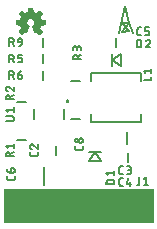
<source format=gbr>
G04 EAGLE Gerber RS-274X export*
G75*
%MOMM*%
%FSLAX34Y34*%
%LPD*%
%INSilkscreen Top*%
%IPPOS*%
%AMOC8*
5,1,8,0,0,1.08239X$1,22.5*%
G01*
%ADD10C,0.152400*%
%ADD11R,12.700000X2.921000*%
%ADD12C,0.203200*%
%ADD13C,0.127000*%

G36*
X-33026Y158617D02*
X-33026Y158617D01*
X-32956Y158623D01*
X-32941Y158632D01*
X-32924Y158635D01*
X-32818Y158707D01*
X-32808Y158713D01*
X-32807Y158715D01*
X-32806Y158716D01*
X-30506Y161016D01*
X-30498Y161029D01*
X-30497Y161030D01*
X-30495Y161032D01*
X-30493Y161036D01*
X-30474Y161052D01*
X-30448Y161109D01*
X-30415Y161163D01*
X-30412Y161187D01*
X-30402Y161210D01*
X-30404Y161272D01*
X-30398Y161335D01*
X-30407Y161358D01*
X-30408Y161383D01*
X-30448Y161465D01*
X-30460Y161496D01*
X-30466Y161502D01*
X-30471Y161511D01*
X-32416Y164105D01*
X-32406Y164116D01*
X-32387Y164146D01*
X-32335Y164214D01*
X-32235Y164414D01*
X-32231Y164430D01*
X-32222Y164443D01*
X-32196Y164577D01*
X-32195Y164582D01*
X-32195Y164583D01*
X-32195Y164584D01*
X-32195Y164594D01*
X-32162Y164659D01*
X-32106Y164716D01*
X-32087Y164746D01*
X-32035Y164814D01*
X-31935Y165014D01*
X-31931Y165030D01*
X-31922Y165043D01*
X-31896Y165177D01*
X-31895Y165182D01*
X-31895Y165183D01*
X-31895Y165184D01*
X-31895Y165194D01*
X-31735Y165514D01*
X-31731Y165530D01*
X-31722Y165543D01*
X-31696Y165677D01*
X-31695Y165682D01*
X-31695Y165683D01*
X-31695Y165684D01*
X-31695Y165694D01*
X-31635Y165814D01*
X-31631Y165830D01*
X-31622Y165843D01*
X-31596Y165977D01*
X-31595Y165982D01*
X-31595Y165983D01*
X-31595Y165984D01*
X-31595Y165994D01*
X-31535Y166114D01*
X-31531Y166130D01*
X-31522Y166143D01*
X-31502Y166246D01*
X-28210Y166810D01*
X-28192Y166817D01*
X-28173Y166818D01*
X-28113Y166851D01*
X-28051Y166877D01*
X-28038Y166892D01*
X-28021Y166901D01*
X-27982Y166957D01*
X-27938Y167008D01*
X-27933Y167027D01*
X-27922Y167043D01*
X-27900Y167154D01*
X-27895Y167176D01*
X-27896Y167180D01*
X-27895Y167184D01*
X-27895Y170384D01*
X-27899Y170403D01*
X-27897Y170424D01*
X-27908Y170456D01*
X-27909Y170463D01*
X-27914Y170472D01*
X-27919Y170487D01*
X-27934Y170552D01*
X-27947Y170568D01*
X-27954Y170587D01*
X-28002Y170634D01*
X-28044Y170686D01*
X-28063Y170694D01*
X-28077Y170708D01*
X-28179Y170746D01*
X-28202Y170756D01*
X-28207Y170756D01*
X-28212Y170758D01*
X-31495Y171305D01*
X-31495Y171384D01*
X-31512Y171458D01*
X-31526Y171533D01*
X-31532Y171543D01*
X-31534Y171552D01*
X-31557Y171580D01*
X-31595Y171635D01*
X-31595Y171684D01*
X-31612Y171758D01*
X-31626Y171833D01*
X-31632Y171843D01*
X-31634Y171852D01*
X-31657Y171880D01*
X-31706Y171952D01*
X-31762Y172008D01*
X-31795Y172073D01*
X-31795Y172184D01*
X-31812Y172258D01*
X-31826Y172333D01*
X-31832Y172343D01*
X-31834Y172352D01*
X-31857Y172380D01*
X-31895Y172435D01*
X-31895Y172484D01*
X-31912Y172558D01*
X-31926Y172633D01*
X-31932Y172643D01*
X-31934Y172652D01*
X-31957Y172680D01*
X-32006Y172752D01*
X-32062Y172808D01*
X-32135Y172953D01*
X-32158Y172981D01*
X-32195Y173035D01*
X-32195Y173084D01*
X-32212Y173158D01*
X-32226Y173233D01*
X-32232Y173243D01*
X-32234Y173252D01*
X-32257Y173280D01*
X-32306Y173352D01*
X-32362Y173408D01*
X-32402Y173488D01*
X-30467Y176161D01*
X-30457Y176185D01*
X-30440Y176204D01*
X-30424Y176264D01*
X-30400Y176321D01*
X-30402Y176346D01*
X-30395Y176371D01*
X-30407Y176432D01*
X-30411Y176494D01*
X-30424Y176516D01*
X-30429Y176541D01*
X-30480Y176613D01*
X-30498Y176643D01*
X-30505Y176648D01*
X-30512Y176658D01*
X-32812Y178858D01*
X-32823Y178864D01*
X-32831Y178875D01*
X-32897Y178908D01*
X-32961Y178946D01*
X-32974Y178947D01*
X-32985Y178952D01*
X-33059Y178953D01*
X-33133Y178958D01*
X-33145Y178953D01*
X-33158Y178953D01*
X-33289Y178896D01*
X-35963Y177052D01*
X-36104Y177123D01*
X-36120Y177127D01*
X-36133Y177136D01*
X-36267Y177162D01*
X-36273Y177163D01*
X-36274Y177163D01*
X-36284Y177163D01*
X-36349Y177195D01*
X-36406Y177252D01*
X-36436Y177271D01*
X-36504Y177323D01*
X-36704Y177423D01*
X-36720Y177427D01*
X-36733Y177436D01*
X-36867Y177462D01*
X-36873Y177463D01*
X-36874Y177463D01*
X-36884Y177463D01*
X-36949Y177495D01*
X-37006Y177552D01*
X-37071Y177592D01*
X-37133Y177636D01*
X-37145Y177638D01*
X-37153Y177643D01*
X-37188Y177646D01*
X-37274Y177663D01*
X-37384Y177663D01*
X-37504Y177723D01*
X-37520Y177727D01*
X-37533Y177736D01*
X-37667Y177762D01*
X-37673Y177763D01*
X-37674Y177763D01*
X-37684Y177763D01*
X-37804Y177823D01*
X-37820Y177827D01*
X-37833Y177836D01*
X-37967Y177862D01*
X-37973Y177863D01*
X-37974Y177863D01*
X-37984Y177863D01*
X-38104Y177923D01*
X-38120Y177927D01*
X-38133Y177936D01*
X-38150Y177939D01*
X-38700Y181148D01*
X-38708Y181166D01*
X-38709Y181185D01*
X-38741Y181244D01*
X-38768Y181307D01*
X-38782Y181320D01*
X-38792Y181337D01*
X-38847Y181376D01*
X-38899Y181420D01*
X-38918Y181425D01*
X-38933Y181436D01*
X-39044Y181457D01*
X-39066Y181463D01*
X-39070Y181462D01*
X-39074Y181463D01*
X-42274Y181463D01*
X-42293Y181459D01*
X-42312Y181461D01*
X-42376Y181439D01*
X-42442Y181423D01*
X-42457Y181411D01*
X-42476Y181405D01*
X-42524Y181357D01*
X-42576Y181313D01*
X-42584Y181296D01*
X-42597Y181282D01*
X-42637Y181176D01*
X-42646Y181155D01*
X-42646Y181152D01*
X-42648Y181148D01*
X-43206Y177892D01*
X-43264Y177863D01*
X-43374Y177863D01*
X-43448Y177846D01*
X-43524Y177832D01*
X-43533Y177826D01*
X-43542Y177823D01*
X-43570Y177801D01*
X-43626Y177763D01*
X-43674Y177763D01*
X-43690Y177759D01*
X-43706Y177762D01*
X-43837Y177725D01*
X-43842Y177723D01*
X-43843Y177723D01*
X-43844Y177723D01*
X-43964Y177663D01*
X-43974Y177663D01*
X-43990Y177659D01*
X-44006Y177662D01*
X-44137Y177625D01*
X-44142Y177623D01*
X-44143Y177623D01*
X-44144Y177623D01*
X-44344Y177523D01*
X-44371Y177500D01*
X-44426Y177463D01*
X-44474Y177463D01*
X-44548Y177446D01*
X-44624Y177432D01*
X-44633Y177426D01*
X-44642Y177423D01*
X-44670Y177401D01*
X-44742Y177352D01*
X-44799Y177295D01*
X-44944Y177223D01*
X-44971Y177200D01*
X-45026Y177163D01*
X-45074Y177163D01*
X-45148Y177146D01*
X-45224Y177132D01*
X-45233Y177126D01*
X-45242Y177123D01*
X-45270Y177101D01*
X-45342Y177052D01*
X-45360Y177034D01*
X-48059Y178896D01*
X-48075Y178902D01*
X-48087Y178914D01*
X-48155Y178933D01*
X-48220Y178959D01*
X-48237Y178958D01*
X-48253Y178962D01*
X-48322Y178950D01*
X-48392Y178944D01*
X-48407Y178935D01*
X-48424Y178932D01*
X-48530Y178860D01*
X-48540Y178854D01*
X-48541Y178853D01*
X-48542Y178852D01*
X-50742Y176652D01*
X-50751Y176637D01*
X-50765Y176627D01*
X-50797Y176564D01*
X-50833Y176505D01*
X-50835Y176488D01*
X-50843Y176473D01*
X-50843Y176402D01*
X-50850Y176333D01*
X-50844Y176317D01*
X-50844Y176299D01*
X-50792Y176182D01*
X-50788Y176171D01*
X-50787Y176170D01*
X-50786Y176168D01*
X-48935Y173485D01*
X-48937Y173470D01*
X-48953Y173384D01*
X-48953Y173334D01*
X-48961Y173321D01*
X-49013Y173253D01*
X-49086Y173108D01*
X-49142Y173052D01*
X-49182Y172987D01*
X-49226Y172924D01*
X-49228Y172913D01*
X-49233Y172905D01*
X-49237Y172870D01*
X-49253Y172784D01*
X-49253Y172734D01*
X-49261Y172721D01*
X-49313Y172653D01*
X-49413Y172453D01*
X-49417Y172438D01*
X-49426Y172424D01*
X-49443Y172337D01*
X-49446Y172329D01*
X-49446Y172321D01*
X-49452Y172290D01*
X-49453Y172285D01*
X-49453Y172284D01*
X-49453Y172273D01*
X-49613Y171953D01*
X-49617Y171938D01*
X-49626Y171924D01*
X-49652Y171790D01*
X-49653Y171785D01*
X-49653Y171784D01*
X-49653Y171773D01*
X-49713Y171653D01*
X-49717Y171638D01*
X-49726Y171624D01*
X-49735Y171579D01*
X-49739Y171571D01*
X-49738Y171561D01*
X-49752Y171490D01*
X-49753Y171485D01*
X-49753Y171484D01*
X-49753Y171473D01*
X-49813Y171353D01*
X-49817Y171338D01*
X-49826Y171324D01*
X-49829Y171308D01*
X-53038Y170758D01*
X-53056Y170750D01*
X-53075Y170749D01*
X-53135Y170717D01*
X-53197Y170690D01*
X-53210Y170675D01*
X-53227Y170666D01*
X-53266Y170611D01*
X-53310Y170559D01*
X-53315Y170540D01*
X-53326Y170524D01*
X-53342Y170443D01*
X-53346Y170433D01*
X-53346Y170422D01*
X-53348Y170413D01*
X-53353Y170391D01*
X-53352Y170388D01*
X-53353Y170384D01*
X-53353Y167184D01*
X-53349Y167165D01*
X-53351Y167146D01*
X-53329Y167081D01*
X-53314Y167015D01*
X-53301Y167000D01*
X-53295Y166982D01*
X-53247Y166934D01*
X-53204Y166882D01*
X-53186Y166874D01*
X-53172Y166860D01*
X-53066Y166820D01*
X-53046Y166811D01*
X-53042Y166811D01*
X-53038Y166810D01*
X-49782Y166252D01*
X-49753Y166194D01*
X-49753Y166084D01*
X-49736Y166009D01*
X-49722Y165934D01*
X-49716Y165924D01*
X-49714Y165915D01*
X-49691Y165888D01*
X-49653Y165832D01*
X-49653Y165784D01*
X-49640Y165728D01*
X-49639Y165709D01*
X-49634Y165699D01*
X-49622Y165634D01*
X-49616Y165624D01*
X-49614Y165615D01*
X-49591Y165588D01*
X-49542Y165516D01*
X-49486Y165459D01*
X-49453Y165394D01*
X-49453Y165284D01*
X-49436Y165209D01*
X-49422Y165134D01*
X-49416Y165124D01*
X-49414Y165115D01*
X-49391Y165088D01*
X-49353Y165032D01*
X-49353Y164984D01*
X-49336Y164909D01*
X-49322Y164834D01*
X-49316Y164824D01*
X-49314Y164815D01*
X-49291Y164788D01*
X-49242Y164716D01*
X-49186Y164659D01*
X-49113Y164514D01*
X-49090Y164486D01*
X-49047Y164423D01*
X-49045Y164419D01*
X-49044Y164419D01*
X-49042Y164416D01*
X-48986Y164359D01*
X-48953Y164294D01*
X-48953Y164284D01*
X-48950Y164268D01*
X-48952Y164252D01*
X-48940Y164210D01*
X-48939Y164192D01*
X-48930Y164175D01*
X-48915Y164121D01*
X-48915Y164119D01*
X-50783Y161504D01*
X-50789Y161489D01*
X-50800Y161478D01*
X-50821Y161410D01*
X-50848Y161344D01*
X-50847Y161328D01*
X-50852Y161313D01*
X-50841Y161243D01*
X-50836Y161171D01*
X-50828Y161158D01*
X-50826Y161142D01*
X-50751Y161026D01*
X-50749Y161022D01*
X-50748Y161022D01*
X-48548Y158722D01*
X-48530Y158710D01*
X-48517Y158693D01*
X-48458Y158663D01*
X-48403Y158627D01*
X-48382Y158625D01*
X-48363Y158615D01*
X-48297Y158615D01*
X-48231Y158607D01*
X-48211Y158614D01*
X-48190Y158614D01*
X-48095Y158656D01*
X-48068Y158665D01*
X-48065Y158669D01*
X-48059Y158671D01*
X-45338Y160548D01*
X-45315Y160531D01*
X-45303Y160529D01*
X-45295Y160524D01*
X-45260Y160521D01*
X-45245Y160518D01*
X-45242Y160516D01*
X-45177Y160475D01*
X-45115Y160431D01*
X-45103Y160429D01*
X-45095Y160424D01*
X-45060Y160421D01*
X-45045Y160418D01*
X-45042Y160416D01*
X-44977Y160375D01*
X-44915Y160331D01*
X-44903Y160329D01*
X-44895Y160324D01*
X-44860Y160321D01*
X-44845Y160318D01*
X-44842Y160316D01*
X-44777Y160275D01*
X-44715Y160231D01*
X-44703Y160229D01*
X-44695Y160224D01*
X-44660Y160221D01*
X-44645Y160218D01*
X-44642Y160216D01*
X-44577Y160175D01*
X-44515Y160131D01*
X-44503Y160129D01*
X-44495Y160124D01*
X-44460Y160121D01*
X-44445Y160118D01*
X-44442Y160116D01*
X-44377Y160075D01*
X-44315Y160031D01*
X-44303Y160029D01*
X-44295Y160024D01*
X-44260Y160021D01*
X-44174Y160004D01*
X-44124Y160004D01*
X-44103Y159991D01*
X-44070Y159959D01*
X-44031Y159946D01*
X-43995Y159924D01*
X-43950Y159920D01*
X-43906Y159906D01*
X-43865Y159912D01*
X-43823Y159908D01*
X-43780Y159924D01*
X-43735Y159931D01*
X-43700Y159955D01*
X-43661Y159970D01*
X-43630Y160003D01*
X-43593Y160030D01*
X-43567Y160072D01*
X-43544Y160097D01*
X-43537Y160122D01*
X-43518Y160152D01*
X-41518Y165552D01*
X-41511Y165609D01*
X-41495Y165664D01*
X-41501Y165694D01*
X-41497Y165724D01*
X-41516Y165778D01*
X-41526Y165835D01*
X-41544Y165859D01*
X-41554Y165887D01*
X-41595Y165927D01*
X-41629Y165973D01*
X-41659Y165990D01*
X-41678Y166008D01*
X-41710Y166018D01*
X-41754Y166043D01*
X-42028Y166135D01*
X-42349Y166295D01*
X-42506Y166452D01*
X-42536Y166471D01*
X-42604Y166523D01*
X-42749Y166595D01*
X-42862Y166708D01*
X-42935Y166853D01*
X-42958Y166881D01*
X-43006Y166952D01*
X-43162Y167108D01*
X-43323Y167429D01*
X-43414Y167704D01*
X-43426Y167723D01*
X-43435Y167753D01*
X-43595Y168073D01*
X-43595Y168284D01*
X-43603Y168319D01*
X-43614Y168404D01*
X-43695Y168645D01*
X-43695Y169122D01*
X-43330Y170216D01*
X-42979Y170742D01*
X-42833Y170889D01*
X-42564Y171068D01*
X-42543Y171091D01*
X-42506Y171116D01*
X-42333Y171289D01*
X-42106Y171440D01*
X-41854Y171524D01*
X-41836Y171535D01*
X-41822Y171538D01*
X-41809Y171549D01*
X-41764Y171568D01*
X-41559Y171704D01*
X-41374Y171704D01*
X-41339Y171713D01*
X-41282Y171716D01*
X-40927Y171804D01*
X-40336Y171804D01*
X-40094Y171724D01*
X-40058Y171721D01*
X-39974Y171704D01*
X-39789Y171704D01*
X-39584Y171568D01*
X-39549Y171555D01*
X-39500Y171527D01*
X-39498Y171526D01*
X-39497Y171526D01*
X-39494Y171524D01*
X-39242Y171440D01*
X-38716Y171089D01*
X-38369Y170742D01*
X-38018Y170216D01*
X-37934Y169964D01*
X-37914Y169932D01*
X-37890Y169873D01*
X-37753Y169669D01*
X-37753Y169484D01*
X-37745Y169449D01*
X-37734Y169364D01*
X-37653Y169122D01*
X-37653Y168345D01*
X-37734Y168104D01*
X-37737Y168068D01*
X-37753Y167984D01*
X-37753Y167873D01*
X-37813Y167753D01*
X-37819Y167731D01*
X-37834Y167704D01*
X-37925Y167429D01*
X-37986Y167308D01*
X-38142Y167152D01*
X-38161Y167121D01*
X-38213Y167053D01*
X-38286Y166908D01*
X-38599Y166595D01*
X-38744Y166523D01*
X-38771Y166500D01*
X-38842Y166452D01*
X-38999Y166295D01*
X-39544Y166023D01*
X-39567Y166003D01*
X-39596Y165991D01*
X-39633Y165948D01*
X-39677Y165912D01*
X-39689Y165884D01*
X-39709Y165861D01*
X-39724Y165806D01*
X-39747Y165754D01*
X-39745Y165723D01*
X-39753Y165693D01*
X-39741Y165619D01*
X-39739Y165581D01*
X-39733Y165569D01*
X-39730Y165552D01*
X-37730Y160152D01*
X-37718Y160135D01*
X-37714Y160115D01*
X-37671Y160064D01*
X-37634Y160008D01*
X-37617Y159997D01*
X-37604Y159982D01*
X-37542Y159955D01*
X-37484Y159921D01*
X-37464Y159920D01*
X-37446Y159911D01*
X-37379Y159914D01*
X-37312Y159910D01*
X-37293Y159917D01*
X-37273Y159918D01*
X-37214Y159950D01*
X-37152Y159976D01*
X-37139Y159992D01*
X-37121Y160001D01*
X-37108Y160020D01*
X-37100Y160022D01*
X-37024Y160035D01*
X-37015Y160042D01*
X-37006Y160044D01*
X-36978Y160067D01*
X-36906Y160116D01*
X-36899Y160122D01*
X-36824Y160135D01*
X-36815Y160142D01*
X-36806Y160144D01*
X-36778Y160167D01*
X-36706Y160216D01*
X-36699Y160222D01*
X-36624Y160235D01*
X-36615Y160242D01*
X-36606Y160244D01*
X-36578Y160267D01*
X-36522Y160304D01*
X-36474Y160304D01*
X-36400Y160322D01*
X-36324Y160335D01*
X-36315Y160342D01*
X-36306Y160344D01*
X-36278Y160367D01*
X-36206Y160416D01*
X-36199Y160422D01*
X-36124Y160435D01*
X-36115Y160442D01*
X-36106Y160444D01*
X-36078Y160467D01*
X-36006Y160516D01*
X-35988Y160533D01*
X-33289Y158671D01*
X-33273Y158665D01*
X-33261Y158654D01*
X-33194Y158634D01*
X-33128Y158608D01*
X-33111Y158610D01*
X-33095Y158605D01*
X-33026Y158617D01*
G37*
G36*
X-9113Y101007D02*
X-9113Y101007D01*
X-9111Y101009D01*
X-9110Y101008D01*
X-8727Y101167D01*
X-8726Y101169D01*
X-8724Y101168D01*
X-8395Y101421D01*
X-8395Y101423D01*
X-8393Y101423D01*
X-8141Y101751D01*
X-8141Y101754D01*
X-8139Y101754D01*
X-7981Y102137D01*
X-7981Y102139D01*
X-7980Y102140D01*
X-7926Y102551D01*
X-7926Y102552D01*
X-7927Y102553D01*
X-7926Y102554D01*
X-7980Y102965D01*
X-7981Y102966D01*
X-7981Y102968D01*
X-8139Y103351D01*
X-8141Y103352D01*
X-8141Y103354D01*
X-8393Y103682D01*
X-8395Y103683D01*
X-8395Y103685D01*
X-8724Y103937D01*
X-8726Y103937D01*
X-8727Y103938D01*
X-9110Y104097D01*
X-9112Y104096D01*
X-9113Y104098D01*
X-9523Y104152D01*
X-9525Y104151D01*
X-9527Y104152D01*
X-9937Y104098D01*
X-9939Y104096D01*
X-9940Y104097D01*
X-10323Y103938D01*
X-10324Y103936D01*
X-10326Y103937D01*
X-10655Y103685D01*
X-10655Y103682D01*
X-10657Y103682D01*
X-10909Y103354D01*
X-10909Y103351D01*
X-10911Y103351D01*
X-11069Y102968D01*
X-11069Y102966D01*
X-11070Y102965D01*
X-11124Y102554D01*
X-11123Y102552D01*
X-11124Y102551D01*
X-11070Y102140D01*
X-11069Y102139D01*
X-11069Y102137D01*
X-10911Y101754D01*
X-10909Y101753D01*
X-10909Y101751D01*
X-10657Y101423D01*
X-10655Y101422D01*
X-10655Y101421D01*
X-10326Y101168D01*
X-10324Y101168D01*
X-10323Y101167D01*
X-9940Y101008D01*
X-9938Y101009D01*
X-9937Y101007D01*
X-9527Y100953D01*
X-9525Y100954D01*
X-9523Y100953D01*
X-9113Y101007D01*
G37*
D10*
X54864Y120142D02*
X61468Y120142D01*
X61468Y123077D01*
X56332Y126214D02*
X54864Y128048D01*
X61468Y128048D01*
X61468Y126214D02*
X61468Y129883D01*
X34290Y160020D02*
X39370Y182880D01*
X42926Y168910D01*
X36830Y168402D01*
X42926Y161544D01*
X36576Y161290D01*
X42418Y168148D01*
X45720Y160020D01*
D11*
X0Y13335D03*
D10*
X8890Y59690D02*
X13970Y59690D01*
X19050Y59690D01*
X13970Y59690D02*
X8890Y52070D01*
X19050Y52070D01*
X13970Y59690D01*
D12*
X41910Y58420D02*
X41910Y50800D01*
X-29210Y46990D02*
X-29210Y31750D01*
X-19050Y57150D02*
X-19050Y64770D01*
X-44450Y69850D02*
X-52070Y69850D01*
X-6350Y87630D02*
X1270Y87630D01*
X1270Y119380D02*
X-6350Y119380D01*
X-30480Y120650D02*
X-30480Y128270D01*
X-44450Y101600D02*
X-52070Y101600D01*
X-30480Y134620D02*
X-30480Y142240D01*
X-30480Y148590D02*
X-30480Y156210D01*
X31750Y156210D02*
X31750Y148590D01*
D10*
X27940Y137160D02*
X27940Y132080D01*
X27940Y137160D02*
X27940Y142240D01*
X27940Y137160D02*
X35560Y132080D01*
X35560Y142240D01*
X27940Y137160D01*
X3556Y64075D02*
X3556Y62607D01*
X3554Y62533D01*
X3548Y62458D01*
X3539Y62385D01*
X3526Y62311D01*
X3509Y62239D01*
X3489Y62168D01*
X3465Y62097D01*
X3437Y62028D01*
X3406Y61961D01*
X3372Y61895D01*
X3334Y61830D01*
X3293Y61768D01*
X3249Y61708D01*
X3202Y61651D01*
X3152Y61596D01*
X3099Y61543D01*
X3044Y61493D01*
X2987Y61446D01*
X2927Y61402D01*
X2865Y61361D01*
X2800Y61323D01*
X2735Y61289D01*
X2667Y61258D01*
X2598Y61230D01*
X2527Y61206D01*
X2456Y61186D01*
X2384Y61169D01*
X2310Y61156D01*
X2237Y61147D01*
X2162Y61141D01*
X2088Y61139D01*
X2088Y61140D02*
X-1580Y61140D01*
X-1580Y61139D02*
X-1654Y61141D01*
X-1729Y61147D01*
X-1802Y61156D01*
X-1876Y61169D01*
X-1948Y61186D01*
X-2019Y61206D01*
X-2090Y61230D01*
X-2159Y61258D01*
X-2226Y61289D01*
X-2292Y61323D01*
X-2357Y61361D01*
X-2419Y61402D01*
X-2479Y61446D01*
X-2536Y61493D01*
X-2591Y61543D01*
X-2644Y61596D01*
X-2694Y61651D01*
X-2741Y61708D01*
X-2785Y61768D01*
X-2826Y61830D01*
X-2864Y61895D01*
X-2898Y61960D01*
X-2929Y62028D01*
X-2957Y62097D01*
X-2981Y62168D01*
X-3001Y62239D01*
X-3018Y62311D01*
X-3031Y62385D01*
X-3040Y62458D01*
X-3046Y62533D01*
X-3048Y62607D01*
X-3048Y64075D01*
X1722Y67272D02*
X1637Y67274D01*
X1553Y67280D01*
X1469Y67290D01*
X1385Y67303D01*
X1302Y67321D01*
X1220Y67342D01*
X1139Y67367D01*
X1059Y67396D01*
X981Y67428D01*
X905Y67464D01*
X830Y67504D01*
X757Y67547D01*
X686Y67593D01*
X617Y67642D01*
X550Y67695D01*
X486Y67751D01*
X425Y67809D01*
X367Y67870D01*
X311Y67934D01*
X258Y68001D01*
X209Y68070D01*
X163Y68141D01*
X120Y68214D01*
X80Y68289D01*
X44Y68365D01*
X12Y68443D01*
X-17Y68523D01*
X-42Y68604D01*
X-63Y68686D01*
X-81Y68769D01*
X-94Y68853D01*
X-104Y68937D01*
X-110Y69021D01*
X-112Y69106D01*
X-110Y69191D01*
X-104Y69275D01*
X-94Y69359D01*
X-81Y69443D01*
X-63Y69526D01*
X-42Y69608D01*
X-17Y69689D01*
X12Y69769D01*
X44Y69847D01*
X80Y69923D01*
X120Y69998D01*
X163Y70071D01*
X209Y70142D01*
X258Y70211D01*
X311Y70278D01*
X367Y70342D01*
X425Y70403D01*
X486Y70461D01*
X550Y70517D01*
X617Y70570D01*
X686Y70619D01*
X757Y70665D01*
X830Y70708D01*
X905Y70748D01*
X981Y70784D01*
X1059Y70816D01*
X1139Y70845D01*
X1220Y70870D01*
X1302Y70891D01*
X1385Y70909D01*
X1469Y70922D01*
X1553Y70932D01*
X1637Y70938D01*
X1722Y70940D01*
X1807Y70938D01*
X1891Y70932D01*
X1975Y70922D01*
X2059Y70909D01*
X2142Y70891D01*
X2224Y70870D01*
X2305Y70845D01*
X2385Y70816D01*
X2463Y70784D01*
X2539Y70748D01*
X2614Y70708D01*
X2687Y70665D01*
X2758Y70619D01*
X2827Y70570D01*
X2894Y70517D01*
X2958Y70461D01*
X3019Y70403D01*
X3077Y70342D01*
X3133Y70278D01*
X3186Y70211D01*
X3235Y70142D01*
X3281Y70071D01*
X3324Y69998D01*
X3364Y69923D01*
X3400Y69847D01*
X3432Y69769D01*
X3461Y69689D01*
X3486Y69608D01*
X3507Y69526D01*
X3525Y69443D01*
X3538Y69359D01*
X3548Y69275D01*
X3554Y69191D01*
X3556Y69106D01*
X3554Y69021D01*
X3548Y68937D01*
X3538Y68853D01*
X3525Y68769D01*
X3507Y68686D01*
X3486Y68604D01*
X3461Y68523D01*
X3432Y68443D01*
X3400Y68365D01*
X3364Y68289D01*
X3324Y68214D01*
X3281Y68141D01*
X3235Y68070D01*
X3186Y68001D01*
X3133Y67934D01*
X3077Y67870D01*
X3019Y67809D01*
X2958Y67751D01*
X2894Y67695D01*
X2827Y67642D01*
X2758Y67593D01*
X2687Y67547D01*
X2614Y67504D01*
X2539Y67464D01*
X2463Y67428D01*
X2385Y67396D01*
X2305Y67367D01*
X2224Y67342D01*
X2142Y67321D01*
X2059Y67303D01*
X1975Y67290D01*
X1891Y67280D01*
X1807Y67274D01*
X1722Y67272D01*
X-1580Y67638D02*
X-1656Y67640D01*
X-1731Y67646D01*
X-1806Y67655D01*
X-1880Y67669D01*
X-1954Y67686D01*
X-2026Y67708D01*
X-2098Y67732D01*
X-2168Y67761D01*
X-2236Y67793D01*
X-2303Y67828D01*
X-2368Y67867D01*
X-2431Y67910D01*
X-2491Y67955D01*
X-2549Y68003D01*
X-2605Y68055D01*
X-2657Y68109D01*
X-2707Y68166D01*
X-2754Y68225D01*
X-2798Y68286D01*
X-2839Y68350D01*
X-2876Y68416D01*
X-2910Y68484D01*
X-2940Y68553D01*
X-2967Y68624D01*
X-2990Y68696D01*
X-3009Y68769D01*
X-3024Y68843D01*
X-3036Y68918D01*
X-3044Y68993D01*
X-3048Y69068D01*
X-3048Y69144D01*
X-3044Y69219D01*
X-3036Y69294D01*
X-3024Y69369D01*
X-3009Y69443D01*
X-2990Y69516D01*
X-2967Y69588D01*
X-2940Y69659D01*
X-2910Y69728D01*
X-2876Y69796D01*
X-2839Y69862D01*
X-2798Y69926D01*
X-2754Y69987D01*
X-2707Y70046D01*
X-2657Y70103D01*
X-2605Y70157D01*
X-2549Y70209D01*
X-2491Y70257D01*
X-2431Y70302D01*
X-2368Y70345D01*
X-2303Y70384D01*
X-2236Y70419D01*
X-2168Y70451D01*
X-2098Y70480D01*
X-2026Y70504D01*
X-1954Y70526D01*
X-1880Y70543D01*
X-1806Y70557D01*
X-1731Y70566D01*
X-1656Y70572D01*
X-1580Y70574D01*
X-1504Y70572D01*
X-1429Y70566D01*
X-1354Y70557D01*
X-1280Y70543D01*
X-1206Y70526D01*
X-1134Y70504D01*
X-1062Y70480D01*
X-992Y70451D01*
X-924Y70419D01*
X-857Y70384D01*
X-792Y70345D01*
X-729Y70302D01*
X-669Y70257D01*
X-611Y70209D01*
X-555Y70157D01*
X-503Y70103D01*
X-453Y70046D01*
X-406Y69987D01*
X-362Y69926D01*
X-321Y69862D01*
X-284Y69796D01*
X-250Y69728D01*
X-220Y69659D01*
X-193Y69588D01*
X-170Y69516D01*
X-151Y69443D01*
X-136Y69369D01*
X-124Y69294D01*
X-116Y69219D01*
X-112Y69144D01*
X-112Y69068D01*
X-116Y68993D01*
X-124Y68918D01*
X-136Y68843D01*
X-151Y68769D01*
X-170Y68696D01*
X-193Y68624D01*
X-220Y68553D01*
X-250Y68484D01*
X-284Y68416D01*
X-321Y68350D01*
X-362Y68286D01*
X-406Y68225D01*
X-453Y68166D01*
X-503Y68109D01*
X-555Y68055D01*
X-611Y68003D01*
X-669Y67955D01*
X-729Y67910D01*
X-792Y67867D01*
X-857Y67828D01*
X-924Y67793D01*
X-992Y67761D01*
X-1062Y67732D01*
X-1134Y67708D01*
X-1206Y67686D01*
X-1280Y67669D01*
X-1354Y67655D01*
X-1429Y67646D01*
X-1504Y67640D01*
X-1580Y67638D01*
X-34798Y58995D02*
X-34798Y57527D01*
X-34800Y57453D01*
X-34806Y57378D01*
X-34815Y57305D01*
X-34828Y57231D01*
X-34845Y57159D01*
X-34865Y57088D01*
X-34889Y57017D01*
X-34917Y56948D01*
X-34948Y56881D01*
X-34982Y56815D01*
X-35020Y56750D01*
X-35061Y56688D01*
X-35105Y56628D01*
X-35152Y56571D01*
X-35202Y56516D01*
X-35255Y56463D01*
X-35310Y56413D01*
X-35367Y56366D01*
X-35427Y56322D01*
X-35489Y56281D01*
X-35554Y56243D01*
X-35620Y56209D01*
X-35687Y56178D01*
X-35756Y56150D01*
X-35827Y56126D01*
X-35898Y56106D01*
X-35970Y56089D01*
X-36044Y56076D01*
X-36117Y56067D01*
X-36192Y56061D01*
X-36266Y56059D01*
X-36266Y56060D02*
X-39934Y56060D01*
X-39934Y56059D02*
X-40008Y56061D01*
X-40083Y56067D01*
X-40156Y56076D01*
X-40230Y56089D01*
X-40302Y56106D01*
X-40373Y56126D01*
X-40444Y56150D01*
X-40513Y56178D01*
X-40580Y56209D01*
X-40646Y56243D01*
X-40711Y56281D01*
X-40773Y56322D01*
X-40833Y56366D01*
X-40890Y56413D01*
X-40945Y56463D01*
X-40998Y56516D01*
X-41048Y56571D01*
X-41095Y56628D01*
X-41139Y56688D01*
X-41180Y56750D01*
X-41218Y56815D01*
X-41252Y56880D01*
X-41283Y56948D01*
X-41311Y57017D01*
X-41335Y57088D01*
X-41355Y57159D01*
X-41372Y57231D01*
X-41385Y57305D01*
X-41394Y57378D01*
X-41400Y57453D01*
X-41402Y57527D01*
X-41402Y58995D01*
X-41402Y64209D02*
X-41400Y64288D01*
X-41395Y64366D01*
X-41385Y64444D01*
X-41372Y64521D01*
X-41355Y64598D01*
X-41335Y64674D01*
X-41311Y64749D01*
X-41284Y64823D01*
X-41253Y64895D01*
X-41218Y64966D01*
X-41181Y65035D01*
X-41140Y65102D01*
X-41096Y65167D01*
X-41049Y65230D01*
X-40999Y65290D01*
X-40946Y65348D01*
X-40890Y65404D01*
X-40832Y65457D01*
X-40772Y65507D01*
X-40709Y65554D01*
X-40644Y65598D01*
X-40577Y65639D01*
X-40508Y65676D01*
X-40437Y65711D01*
X-40365Y65742D01*
X-40291Y65769D01*
X-40216Y65793D01*
X-40140Y65813D01*
X-40063Y65830D01*
X-39986Y65843D01*
X-39908Y65853D01*
X-39830Y65858D01*
X-39751Y65860D01*
X-41402Y64209D02*
X-41400Y64120D01*
X-41395Y64031D01*
X-41385Y63943D01*
X-41372Y63855D01*
X-41356Y63768D01*
X-41335Y63681D01*
X-41311Y63596D01*
X-41284Y63511D01*
X-41253Y63428D01*
X-41218Y63346D01*
X-41180Y63265D01*
X-41139Y63186D01*
X-41095Y63110D01*
X-41047Y63034D01*
X-40996Y62961D01*
X-40943Y62891D01*
X-40886Y62822D01*
X-40826Y62756D01*
X-40764Y62693D01*
X-40699Y62632D01*
X-40632Y62574D01*
X-40562Y62519D01*
X-40490Y62466D01*
X-40416Y62417D01*
X-40340Y62371D01*
X-40262Y62329D01*
X-40182Y62289D01*
X-40101Y62253D01*
X-40018Y62220D01*
X-39934Y62191D01*
X-38467Y65310D02*
X-38523Y65366D01*
X-38582Y65420D01*
X-38643Y65471D01*
X-38707Y65520D01*
X-38772Y65565D01*
X-38840Y65608D01*
X-38909Y65647D01*
X-38980Y65684D01*
X-39053Y65717D01*
X-39127Y65746D01*
X-39202Y65773D01*
X-39278Y65796D01*
X-39356Y65815D01*
X-39434Y65831D01*
X-39512Y65844D01*
X-39592Y65853D01*
X-39671Y65858D01*
X-39751Y65860D01*
X-38467Y65310D02*
X-34798Y62191D01*
X-34798Y65860D01*
X51177Y158242D02*
X52645Y158242D01*
X51177Y158242D02*
X51103Y158244D01*
X51028Y158250D01*
X50955Y158259D01*
X50881Y158272D01*
X50809Y158289D01*
X50738Y158309D01*
X50667Y158333D01*
X50598Y158361D01*
X50531Y158392D01*
X50465Y158426D01*
X50400Y158464D01*
X50338Y158505D01*
X50278Y158549D01*
X50221Y158596D01*
X50166Y158646D01*
X50113Y158699D01*
X50063Y158754D01*
X50016Y158811D01*
X49972Y158871D01*
X49931Y158933D01*
X49893Y158998D01*
X49859Y159064D01*
X49828Y159131D01*
X49800Y159200D01*
X49776Y159271D01*
X49756Y159342D01*
X49739Y159414D01*
X49726Y159488D01*
X49717Y159561D01*
X49711Y159636D01*
X49709Y159710D01*
X49710Y159710D02*
X49710Y163378D01*
X49709Y163378D02*
X49711Y163452D01*
X49717Y163527D01*
X49726Y163600D01*
X49739Y163674D01*
X49756Y163746D01*
X49776Y163817D01*
X49800Y163888D01*
X49828Y163957D01*
X49859Y164024D01*
X49893Y164090D01*
X49931Y164155D01*
X49972Y164217D01*
X50016Y164277D01*
X50063Y164334D01*
X50113Y164389D01*
X50166Y164442D01*
X50221Y164492D01*
X50278Y164539D01*
X50338Y164583D01*
X50400Y164624D01*
X50465Y164662D01*
X50530Y164696D01*
X50598Y164727D01*
X50667Y164755D01*
X50738Y164779D01*
X50809Y164799D01*
X50881Y164816D01*
X50955Y164829D01*
X51028Y164838D01*
X51103Y164844D01*
X51177Y164846D01*
X52645Y164846D01*
X55841Y158242D02*
X58043Y158242D01*
X58117Y158244D01*
X58192Y158250D01*
X58265Y158259D01*
X58339Y158272D01*
X58411Y158289D01*
X58482Y158309D01*
X58553Y158333D01*
X58622Y158361D01*
X58689Y158392D01*
X58755Y158426D01*
X58820Y158464D01*
X58882Y158505D01*
X58942Y158549D01*
X58999Y158596D01*
X59054Y158646D01*
X59107Y158699D01*
X59157Y158754D01*
X59204Y158811D01*
X59248Y158871D01*
X59289Y158933D01*
X59327Y158998D01*
X59361Y159063D01*
X59392Y159131D01*
X59420Y159200D01*
X59444Y159271D01*
X59464Y159342D01*
X59481Y159414D01*
X59494Y159488D01*
X59503Y159561D01*
X59509Y159636D01*
X59511Y159710D01*
X59510Y159710D02*
X59510Y160443D01*
X59511Y160443D02*
X59509Y160517D01*
X59503Y160592D01*
X59494Y160665D01*
X59481Y160739D01*
X59464Y160811D01*
X59444Y160882D01*
X59420Y160953D01*
X59392Y161022D01*
X59361Y161089D01*
X59327Y161155D01*
X59289Y161220D01*
X59248Y161282D01*
X59204Y161342D01*
X59157Y161399D01*
X59107Y161454D01*
X59054Y161507D01*
X58999Y161557D01*
X58942Y161604D01*
X58882Y161648D01*
X58820Y161689D01*
X58755Y161727D01*
X58689Y161761D01*
X58622Y161792D01*
X58553Y161820D01*
X58482Y161844D01*
X58411Y161864D01*
X58339Y161881D01*
X58265Y161894D01*
X58192Y161903D01*
X58117Y161909D01*
X58043Y161911D01*
X55841Y161911D01*
X55841Y164846D01*
X59510Y164846D01*
X49452Y154526D02*
X49452Y147922D01*
X49452Y154526D02*
X51286Y154526D01*
X51371Y154524D01*
X51455Y154518D01*
X51539Y154508D01*
X51623Y154495D01*
X51706Y154477D01*
X51788Y154456D01*
X51869Y154431D01*
X51949Y154402D01*
X52027Y154370D01*
X52103Y154334D01*
X52178Y154294D01*
X52251Y154251D01*
X52322Y154205D01*
X52391Y154156D01*
X52458Y154103D01*
X52522Y154047D01*
X52583Y153989D01*
X52641Y153928D01*
X52697Y153864D01*
X52750Y153797D01*
X52799Y153728D01*
X52845Y153657D01*
X52888Y153584D01*
X52928Y153509D01*
X52964Y153433D01*
X52996Y153355D01*
X53025Y153275D01*
X53050Y153194D01*
X53071Y153112D01*
X53089Y153029D01*
X53102Y152945D01*
X53112Y152861D01*
X53118Y152777D01*
X53120Y152692D01*
X53121Y152692D02*
X53121Y149756D01*
X53120Y149756D02*
X53118Y149671D01*
X53112Y149587D01*
X53102Y149503D01*
X53089Y149419D01*
X53071Y149336D01*
X53050Y149254D01*
X53025Y149173D01*
X52996Y149093D01*
X52964Y149015D01*
X52928Y148939D01*
X52888Y148864D01*
X52845Y148791D01*
X52799Y148720D01*
X52750Y148651D01*
X52697Y148584D01*
X52641Y148520D01*
X52583Y148459D01*
X52522Y148401D01*
X52458Y148345D01*
X52391Y148292D01*
X52322Y148243D01*
X52251Y148197D01*
X52178Y148154D01*
X52103Y148114D01*
X52027Y148078D01*
X51949Y148046D01*
X51869Y148017D01*
X51788Y147992D01*
X51706Y147971D01*
X51623Y147953D01*
X51539Y147940D01*
X51455Y147930D01*
X51371Y147924D01*
X51286Y147922D01*
X49452Y147922D01*
X59029Y154526D02*
X59108Y154524D01*
X59186Y154519D01*
X59264Y154509D01*
X59341Y154496D01*
X59418Y154479D01*
X59494Y154459D01*
X59569Y154435D01*
X59643Y154408D01*
X59715Y154377D01*
X59786Y154342D01*
X59855Y154305D01*
X59922Y154264D01*
X59987Y154220D01*
X60050Y154173D01*
X60110Y154123D01*
X60168Y154070D01*
X60224Y154014D01*
X60277Y153956D01*
X60327Y153896D01*
X60374Y153833D01*
X60418Y153768D01*
X60459Y153701D01*
X60496Y153632D01*
X60531Y153561D01*
X60562Y153489D01*
X60589Y153415D01*
X60613Y153340D01*
X60633Y153264D01*
X60650Y153187D01*
X60663Y153110D01*
X60673Y153032D01*
X60678Y152954D01*
X60680Y152875D01*
X59029Y154526D02*
X58940Y154524D01*
X58851Y154519D01*
X58763Y154509D01*
X58675Y154496D01*
X58588Y154480D01*
X58501Y154459D01*
X58416Y154435D01*
X58331Y154408D01*
X58248Y154377D01*
X58166Y154342D01*
X58085Y154304D01*
X58006Y154263D01*
X57930Y154219D01*
X57854Y154171D01*
X57781Y154120D01*
X57711Y154067D01*
X57642Y154010D01*
X57576Y153950D01*
X57513Y153888D01*
X57452Y153823D01*
X57394Y153756D01*
X57339Y153686D01*
X57286Y153614D01*
X57237Y153540D01*
X57191Y153464D01*
X57149Y153386D01*
X57109Y153306D01*
X57073Y153225D01*
X57040Y153142D01*
X57011Y153058D01*
X60130Y151591D02*
X60186Y151647D01*
X60240Y151706D01*
X60291Y151767D01*
X60340Y151831D01*
X60385Y151896D01*
X60428Y151964D01*
X60467Y152033D01*
X60504Y152104D01*
X60537Y152177D01*
X60566Y152251D01*
X60593Y152326D01*
X60616Y152402D01*
X60635Y152480D01*
X60651Y152558D01*
X60664Y152636D01*
X60673Y152716D01*
X60678Y152795D01*
X60680Y152875D01*
X60130Y151591D02*
X57011Y147922D01*
X60680Y147922D01*
D13*
X52750Y84410D02*
X10750Y84410D01*
X10750Y126410D02*
X52750Y126410D01*
X10750Y126410D02*
X10750Y119410D01*
X52750Y119410D02*
X52750Y126410D01*
X10750Y91410D02*
X10750Y84410D01*
X52750Y84410D02*
X52750Y91410D01*
D10*
X-55118Y55507D02*
X-61722Y55507D01*
X-61722Y57342D01*
X-61720Y57427D01*
X-61714Y57511D01*
X-61704Y57595D01*
X-61691Y57679D01*
X-61673Y57762D01*
X-61652Y57844D01*
X-61627Y57925D01*
X-61598Y58005D01*
X-61566Y58083D01*
X-61530Y58159D01*
X-61490Y58234D01*
X-61447Y58307D01*
X-61401Y58378D01*
X-61352Y58447D01*
X-61299Y58514D01*
X-61243Y58578D01*
X-61185Y58639D01*
X-61124Y58697D01*
X-61060Y58753D01*
X-60993Y58806D01*
X-60924Y58855D01*
X-60853Y58901D01*
X-60780Y58944D01*
X-60705Y58984D01*
X-60629Y59020D01*
X-60551Y59052D01*
X-60471Y59081D01*
X-60390Y59106D01*
X-60308Y59127D01*
X-60225Y59145D01*
X-60141Y59158D01*
X-60057Y59168D01*
X-59973Y59174D01*
X-59888Y59176D01*
X-59803Y59174D01*
X-59719Y59168D01*
X-59635Y59158D01*
X-59551Y59145D01*
X-59468Y59127D01*
X-59386Y59106D01*
X-59305Y59081D01*
X-59225Y59052D01*
X-59147Y59020D01*
X-59071Y58984D01*
X-58996Y58944D01*
X-58923Y58901D01*
X-58852Y58855D01*
X-58783Y58806D01*
X-58716Y58753D01*
X-58652Y58697D01*
X-58591Y58639D01*
X-58533Y58578D01*
X-58477Y58514D01*
X-58424Y58447D01*
X-58375Y58378D01*
X-58329Y58307D01*
X-58286Y58234D01*
X-58246Y58159D01*
X-58210Y58083D01*
X-58178Y58005D01*
X-58149Y57925D01*
X-58124Y57844D01*
X-58103Y57762D01*
X-58085Y57679D01*
X-58072Y57595D01*
X-58062Y57511D01*
X-58056Y57427D01*
X-58054Y57342D01*
X-58053Y57342D02*
X-58053Y55507D01*
X-58053Y57709D02*
X-55118Y59176D01*
X-60254Y62744D02*
X-61722Y64578D01*
X-55118Y64578D01*
X-55118Y62744D02*
X-55118Y66413D01*
X-4572Y138057D02*
X2032Y138057D01*
X-4572Y138057D02*
X-4572Y139892D01*
X-4570Y139977D01*
X-4564Y140061D01*
X-4554Y140145D01*
X-4541Y140229D01*
X-4523Y140312D01*
X-4502Y140394D01*
X-4477Y140475D01*
X-4448Y140555D01*
X-4416Y140633D01*
X-4380Y140709D01*
X-4340Y140784D01*
X-4297Y140857D01*
X-4251Y140928D01*
X-4202Y140997D01*
X-4149Y141064D01*
X-4093Y141128D01*
X-4035Y141189D01*
X-3974Y141247D01*
X-3910Y141303D01*
X-3843Y141356D01*
X-3774Y141405D01*
X-3703Y141451D01*
X-3630Y141494D01*
X-3555Y141534D01*
X-3479Y141570D01*
X-3401Y141602D01*
X-3321Y141631D01*
X-3240Y141656D01*
X-3158Y141677D01*
X-3075Y141695D01*
X-2991Y141708D01*
X-2907Y141718D01*
X-2823Y141724D01*
X-2738Y141726D01*
X-2653Y141724D01*
X-2569Y141718D01*
X-2485Y141708D01*
X-2401Y141695D01*
X-2318Y141677D01*
X-2236Y141656D01*
X-2155Y141631D01*
X-2075Y141602D01*
X-1997Y141570D01*
X-1921Y141534D01*
X-1846Y141494D01*
X-1773Y141451D01*
X-1702Y141405D01*
X-1633Y141356D01*
X-1566Y141303D01*
X-1502Y141247D01*
X-1441Y141189D01*
X-1383Y141128D01*
X-1327Y141064D01*
X-1274Y140997D01*
X-1225Y140928D01*
X-1179Y140857D01*
X-1136Y140784D01*
X-1096Y140709D01*
X-1060Y140633D01*
X-1028Y140555D01*
X-999Y140475D01*
X-974Y140394D01*
X-953Y140312D01*
X-935Y140229D01*
X-922Y140145D01*
X-912Y140061D01*
X-906Y139977D01*
X-904Y139892D01*
X-903Y139892D02*
X-903Y138057D01*
X-903Y140259D02*
X2032Y141726D01*
X2032Y145294D02*
X2032Y147128D01*
X2030Y147213D01*
X2024Y147297D01*
X2014Y147381D01*
X2001Y147465D01*
X1983Y147548D01*
X1962Y147630D01*
X1937Y147711D01*
X1908Y147791D01*
X1876Y147869D01*
X1840Y147945D01*
X1800Y148020D01*
X1757Y148093D01*
X1711Y148164D01*
X1662Y148233D01*
X1609Y148300D01*
X1553Y148364D01*
X1495Y148425D01*
X1434Y148483D01*
X1370Y148539D01*
X1303Y148592D01*
X1234Y148641D01*
X1163Y148687D01*
X1090Y148730D01*
X1015Y148770D01*
X939Y148806D01*
X861Y148838D01*
X781Y148867D01*
X700Y148892D01*
X618Y148913D01*
X535Y148931D01*
X451Y148944D01*
X367Y148954D01*
X283Y148960D01*
X198Y148962D01*
X113Y148960D01*
X29Y148954D01*
X-55Y148944D01*
X-139Y148931D01*
X-222Y148913D01*
X-304Y148892D01*
X-385Y148867D01*
X-465Y148838D01*
X-543Y148806D01*
X-619Y148770D01*
X-694Y148730D01*
X-767Y148687D01*
X-838Y148641D01*
X-907Y148592D01*
X-974Y148539D01*
X-1038Y148483D01*
X-1099Y148425D01*
X-1157Y148364D01*
X-1213Y148300D01*
X-1266Y148233D01*
X-1315Y148164D01*
X-1361Y148093D01*
X-1404Y148020D01*
X-1444Y147945D01*
X-1480Y147869D01*
X-1512Y147791D01*
X-1541Y147711D01*
X-1566Y147630D01*
X-1587Y147548D01*
X-1605Y147465D01*
X-1618Y147381D01*
X-1628Y147297D01*
X-1634Y147213D01*
X-1636Y147128D01*
X-4572Y147495D02*
X-4572Y145294D01*
X-4572Y147495D02*
X-4570Y147571D01*
X-4564Y147646D01*
X-4555Y147721D01*
X-4541Y147795D01*
X-4524Y147869D01*
X-4502Y147941D01*
X-4478Y148013D01*
X-4449Y148083D01*
X-4417Y148151D01*
X-4382Y148218D01*
X-4343Y148283D01*
X-4300Y148346D01*
X-4255Y148406D01*
X-4207Y148464D01*
X-4155Y148520D01*
X-4101Y148572D01*
X-4044Y148622D01*
X-3985Y148669D01*
X-3924Y148713D01*
X-3860Y148754D01*
X-3794Y148791D01*
X-3726Y148825D01*
X-3657Y148855D01*
X-3586Y148882D01*
X-3514Y148905D01*
X-3441Y148924D01*
X-3367Y148939D01*
X-3292Y148951D01*
X-3217Y148959D01*
X-3142Y148963D01*
X-3066Y148963D01*
X-2991Y148959D01*
X-2916Y148951D01*
X-2841Y148939D01*
X-2767Y148924D01*
X-2694Y148905D01*
X-2622Y148882D01*
X-2551Y148855D01*
X-2482Y148825D01*
X-2414Y148791D01*
X-2348Y148754D01*
X-2284Y148713D01*
X-2223Y148669D01*
X-2164Y148622D01*
X-2107Y148572D01*
X-2053Y148520D01*
X-2001Y148464D01*
X-1953Y148406D01*
X-1908Y148346D01*
X-1865Y148283D01*
X-1826Y148218D01*
X-1791Y148151D01*
X-1759Y148083D01*
X-1730Y148013D01*
X-1706Y147941D01*
X-1684Y147869D01*
X-1667Y147795D01*
X-1653Y147721D01*
X-1644Y147646D01*
X-1638Y147571D01*
X-1636Y147495D01*
X-1637Y147495D02*
X-1637Y146028D01*
X-58793Y127762D02*
X-58793Y121158D01*
X-58793Y127762D02*
X-56958Y127762D01*
X-56873Y127760D01*
X-56789Y127754D01*
X-56705Y127744D01*
X-56621Y127731D01*
X-56538Y127713D01*
X-56456Y127692D01*
X-56375Y127667D01*
X-56295Y127638D01*
X-56217Y127606D01*
X-56141Y127570D01*
X-56066Y127530D01*
X-55993Y127487D01*
X-55922Y127441D01*
X-55853Y127392D01*
X-55786Y127339D01*
X-55722Y127283D01*
X-55661Y127225D01*
X-55603Y127164D01*
X-55547Y127100D01*
X-55494Y127033D01*
X-55445Y126964D01*
X-55399Y126893D01*
X-55356Y126820D01*
X-55316Y126745D01*
X-55280Y126669D01*
X-55248Y126591D01*
X-55219Y126511D01*
X-55194Y126430D01*
X-55173Y126348D01*
X-55155Y126265D01*
X-55142Y126181D01*
X-55132Y126097D01*
X-55126Y126013D01*
X-55124Y125928D01*
X-55126Y125843D01*
X-55132Y125759D01*
X-55142Y125675D01*
X-55155Y125591D01*
X-55173Y125508D01*
X-55194Y125426D01*
X-55219Y125345D01*
X-55248Y125265D01*
X-55280Y125187D01*
X-55316Y125111D01*
X-55356Y125036D01*
X-55399Y124963D01*
X-55445Y124892D01*
X-55494Y124823D01*
X-55547Y124756D01*
X-55603Y124692D01*
X-55661Y124631D01*
X-55722Y124573D01*
X-55786Y124517D01*
X-55853Y124464D01*
X-55922Y124415D01*
X-55993Y124369D01*
X-56066Y124326D01*
X-56141Y124286D01*
X-56217Y124250D01*
X-56295Y124218D01*
X-56375Y124189D01*
X-56456Y124164D01*
X-56538Y124143D01*
X-56621Y124125D01*
X-56705Y124112D01*
X-56789Y124102D01*
X-56873Y124096D01*
X-56958Y124094D01*
X-56958Y124093D02*
X-58793Y124093D01*
X-56591Y124093D02*
X-55124Y121158D01*
X-51556Y124827D02*
X-49355Y124827D01*
X-49281Y124825D01*
X-49206Y124819D01*
X-49133Y124810D01*
X-49059Y124797D01*
X-48987Y124780D01*
X-48916Y124760D01*
X-48845Y124736D01*
X-48776Y124708D01*
X-48709Y124677D01*
X-48643Y124643D01*
X-48578Y124605D01*
X-48516Y124564D01*
X-48456Y124520D01*
X-48399Y124473D01*
X-48344Y124423D01*
X-48291Y124370D01*
X-48241Y124315D01*
X-48194Y124258D01*
X-48150Y124198D01*
X-48109Y124136D01*
X-48071Y124071D01*
X-48037Y124005D01*
X-48006Y123938D01*
X-47978Y123869D01*
X-47954Y123798D01*
X-47934Y123727D01*
X-47917Y123655D01*
X-47904Y123581D01*
X-47895Y123508D01*
X-47889Y123433D01*
X-47887Y123359D01*
X-47887Y122992D01*
X-47888Y122992D02*
X-47890Y122907D01*
X-47896Y122823D01*
X-47906Y122739D01*
X-47919Y122655D01*
X-47937Y122572D01*
X-47958Y122490D01*
X-47983Y122409D01*
X-48012Y122329D01*
X-48044Y122251D01*
X-48080Y122175D01*
X-48120Y122100D01*
X-48163Y122027D01*
X-48209Y121956D01*
X-48258Y121887D01*
X-48311Y121820D01*
X-48367Y121756D01*
X-48425Y121695D01*
X-48486Y121637D01*
X-48550Y121581D01*
X-48617Y121528D01*
X-48686Y121479D01*
X-48757Y121433D01*
X-48830Y121390D01*
X-48905Y121350D01*
X-48981Y121314D01*
X-49059Y121282D01*
X-49139Y121253D01*
X-49220Y121228D01*
X-49302Y121207D01*
X-49385Y121189D01*
X-49469Y121176D01*
X-49553Y121166D01*
X-49637Y121160D01*
X-49722Y121158D01*
X-49807Y121160D01*
X-49891Y121166D01*
X-49975Y121176D01*
X-50059Y121189D01*
X-50142Y121207D01*
X-50224Y121228D01*
X-50305Y121253D01*
X-50385Y121282D01*
X-50463Y121314D01*
X-50539Y121350D01*
X-50614Y121390D01*
X-50687Y121433D01*
X-50758Y121479D01*
X-50827Y121528D01*
X-50894Y121581D01*
X-50958Y121637D01*
X-51019Y121695D01*
X-51077Y121756D01*
X-51133Y121820D01*
X-51186Y121887D01*
X-51235Y121956D01*
X-51281Y122027D01*
X-51324Y122100D01*
X-51364Y122175D01*
X-51400Y122251D01*
X-51432Y122329D01*
X-51461Y122409D01*
X-51486Y122490D01*
X-51507Y122572D01*
X-51525Y122655D01*
X-51538Y122739D01*
X-51548Y122823D01*
X-51554Y122907D01*
X-51556Y122992D01*
X-51556Y124827D01*
X-51554Y124934D01*
X-51548Y125041D01*
X-51538Y125148D01*
X-51525Y125254D01*
X-51507Y125360D01*
X-51486Y125465D01*
X-51461Y125569D01*
X-51432Y125673D01*
X-51399Y125775D01*
X-51362Y125875D01*
X-51322Y125975D01*
X-51278Y126073D01*
X-51231Y126169D01*
X-51180Y126263D01*
X-51126Y126356D01*
X-51069Y126446D01*
X-51008Y126535D01*
X-50944Y126621D01*
X-50877Y126704D01*
X-50807Y126786D01*
X-50734Y126864D01*
X-50658Y126940D01*
X-50580Y127013D01*
X-50498Y127083D01*
X-50415Y127150D01*
X-50329Y127214D01*
X-50240Y127275D01*
X-50150Y127332D01*
X-50057Y127386D01*
X-49963Y127437D01*
X-49867Y127484D01*
X-49769Y127528D01*
X-49670Y127568D01*
X-49569Y127605D01*
X-49467Y127638D01*
X-49363Y127667D01*
X-49259Y127692D01*
X-49154Y127713D01*
X-49048Y127731D01*
X-48942Y127744D01*
X-48835Y127754D01*
X-48728Y127760D01*
X-48621Y127762D01*
X-58793Y149098D02*
X-58793Y155702D01*
X-56958Y155702D01*
X-56873Y155700D01*
X-56789Y155694D01*
X-56705Y155684D01*
X-56621Y155671D01*
X-56538Y155653D01*
X-56456Y155632D01*
X-56375Y155607D01*
X-56295Y155578D01*
X-56217Y155546D01*
X-56141Y155510D01*
X-56066Y155470D01*
X-55993Y155427D01*
X-55922Y155381D01*
X-55853Y155332D01*
X-55786Y155279D01*
X-55722Y155223D01*
X-55661Y155165D01*
X-55603Y155104D01*
X-55547Y155040D01*
X-55494Y154973D01*
X-55445Y154904D01*
X-55399Y154833D01*
X-55356Y154760D01*
X-55316Y154685D01*
X-55280Y154609D01*
X-55248Y154531D01*
X-55219Y154451D01*
X-55194Y154370D01*
X-55173Y154288D01*
X-55155Y154205D01*
X-55142Y154121D01*
X-55132Y154037D01*
X-55126Y153953D01*
X-55124Y153868D01*
X-55126Y153783D01*
X-55132Y153699D01*
X-55142Y153615D01*
X-55155Y153531D01*
X-55173Y153448D01*
X-55194Y153366D01*
X-55219Y153285D01*
X-55248Y153205D01*
X-55280Y153127D01*
X-55316Y153051D01*
X-55356Y152976D01*
X-55399Y152903D01*
X-55445Y152832D01*
X-55494Y152763D01*
X-55547Y152696D01*
X-55603Y152632D01*
X-55661Y152571D01*
X-55722Y152513D01*
X-55786Y152457D01*
X-55853Y152404D01*
X-55922Y152355D01*
X-55993Y152309D01*
X-56066Y152266D01*
X-56141Y152226D01*
X-56217Y152190D01*
X-56295Y152158D01*
X-56375Y152129D01*
X-56456Y152104D01*
X-56538Y152083D01*
X-56621Y152065D01*
X-56705Y152052D01*
X-56789Y152042D01*
X-56873Y152036D01*
X-56958Y152034D01*
X-56958Y152033D02*
X-58793Y152033D01*
X-56591Y152033D02*
X-55124Y149098D01*
X-50089Y152033D02*
X-47887Y152033D01*
X-50089Y152033D02*
X-50163Y152035D01*
X-50238Y152041D01*
X-50311Y152050D01*
X-50385Y152063D01*
X-50457Y152080D01*
X-50528Y152100D01*
X-50599Y152124D01*
X-50668Y152152D01*
X-50736Y152183D01*
X-50801Y152217D01*
X-50866Y152255D01*
X-50928Y152296D01*
X-50988Y152340D01*
X-51045Y152387D01*
X-51100Y152437D01*
X-51153Y152490D01*
X-51203Y152545D01*
X-51250Y152602D01*
X-51294Y152662D01*
X-51335Y152724D01*
X-51373Y152789D01*
X-51407Y152855D01*
X-51438Y152922D01*
X-51466Y152991D01*
X-51490Y153062D01*
X-51510Y153133D01*
X-51527Y153206D01*
X-51540Y153279D01*
X-51549Y153353D01*
X-51555Y153427D01*
X-51557Y153501D01*
X-51556Y153501D02*
X-51556Y153868D01*
X-51554Y153953D01*
X-51548Y154037D01*
X-51538Y154121D01*
X-51525Y154205D01*
X-51507Y154288D01*
X-51486Y154370D01*
X-51461Y154451D01*
X-51432Y154531D01*
X-51400Y154609D01*
X-51364Y154685D01*
X-51324Y154760D01*
X-51281Y154833D01*
X-51235Y154904D01*
X-51186Y154973D01*
X-51133Y155040D01*
X-51077Y155104D01*
X-51019Y155165D01*
X-50958Y155223D01*
X-50894Y155279D01*
X-50827Y155332D01*
X-50758Y155381D01*
X-50687Y155427D01*
X-50614Y155470D01*
X-50539Y155510D01*
X-50463Y155546D01*
X-50385Y155578D01*
X-50305Y155607D01*
X-50224Y155632D01*
X-50142Y155653D01*
X-50059Y155671D01*
X-49975Y155684D01*
X-49891Y155694D01*
X-49807Y155700D01*
X-49722Y155702D01*
X-49637Y155700D01*
X-49553Y155694D01*
X-49469Y155684D01*
X-49385Y155671D01*
X-49302Y155653D01*
X-49220Y155632D01*
X-49139Y155607D01*
X-49059Y155578D01*
X-48981Y155546D01*
X-48905Y155510D01*
X-48830Y155470D01*
X-48757Y155427D01*
X-48686Y155381D01*
X-48617Y155332D01*
X-48550Y155279D01*
X-48486Y155223D01*
X-48425Y155165D01*
X-48367Y155104D01*
X-48311Y155040D01*
X-48258Y154973D01*
X-48209Y154904D01*
X-48163Y154833D01*
X-48120Y154760D01*
X-48080Y154685D01*
X-48044Y154609D01*
X-48012Y154531D01*
X-47983Y154451D01*
X-47958Y154370D01*
X-47937Y154288D01*
X-47919Y154205D01*
X-47906Y154121D01*
X-47896Y154037D01*
X-47890Y153953D01*
X-47888Y153868D01*
X-47887Y153868D02*
X-47887Y152033D01*
X-47888Y152033D02*
X-47890Y151926D01*
X-47896Y151819D01*
X-47906Y151712D01*
X-47919Y151606D01*
X-47937Y151500D01*
X-47958Y151395D01*
X-47983Y151291D01*
X-48012Y151187D01*
X-48045Y151085D01*
X-48082Y150985D01*
X-48122Y150885D01*
X-48166Y150787D01*
X-48213Y150691D01*
X-48264Y150597D01*
X-48318Y150504D01*
X-48375Y150414D01*
X-48436Y150325D01*
X-48500Y150239D01*
X-48567Y150156D01*
X-48637Y150074D01*
X-48710Y149996D01*
X-48786Y149920D01*
X-48864Y149847D01*
X-48946Y149777D01*
X-49029Y149710D01*
X-49115Y149646D01*
X-49204Y149585D01*
X-49294Y149528D01*
X-49387Y149474D01*
X-49481Y149423D01*
X-49577Y149376D01*
X-49675Y149332D01*
X-49775Y149292D01*
X-49875Y149255D01*
X-49977Y149222D01*
X-50081Y149193D01*
X-50185Y149168D01*
X-50290Y149147D01*
X-50396Y149129D01*
X-50502Y149116D01*
X-50609Y149106D01*
X-50716Y149100D01*
X-50823Y149098D01*
X-58793Y141732D02*
X-58793Y135128D01*
X-58793Y141732D02*
X-56958Y141732D01*
X-56873Y141730D01*
X-56789Y141724D01*
X-56705Y141714D01*
X-56621Y141701D01*
X-56538Y141683D01*
X-56456Y141662D01*
X-56375Y141637D01*
X-56295Y141608D01*
X-56217Y141576D01*
X-56141Y141540D01*
X-56066Y141500D01*
X-55993Y141457D01*
X-55922Y141411D01*
X-55853Y141362D01*
X-55786Y141309D01*
X-55722Y141253D01*
X-55661Y141195D01*
X-55603Y141134D01*
X-55547Y141070D01*
X-55494Y141003D01*
X-55445Y140934D01*
X-55399Y140863D01*
X-55356Y140790D01*
X-55316Y140715D01*
X-55280Y140639D01*
X-55248Y140561D01*
X-55219Y140481D01*
X-55194Y140400D01*
X-55173Y140318D01*
X-55155Y140235D01*
X-55142Y140151D01*
X-55132Y140067D01*
X-55126Y139983D01*
X-55124Y139898D01*
X-55126Y139813D01*
X-55132Y139729D01*
X-55142Y139645D01*
X-55155Y139561D01*
X-55173Y139478D01*
X-55194Y139396D01*
X-55219Y139315D01*
X-55248Y139235D01*
X-55280Y139157D01*
X-55316Y139081D01*
X-55356Y139006D01*
X-55399Y138933D01*
X-55445Y138862D01*
X-55494Y138793D01*
X-55547Y138726D01*
X-55603Y138662D01*
X-55661Y138601D01*
X-55722Y138543D01*
X-55786Y138487D01*
X-55853Y138434D01*
X-55922Y138385D01*
X-55993Y138339D01*
X-56066Y138296D01*
X-56141Y138256D01*
X-56217Y138220D01*
X-56295Y138188D01*
X-56375Y138159D01*
X-56456Y138134D01*
X-56538Y138113D01*
X-56621Y138095D01*
X-56705Y138082D01*
X-56789Y138072D01*
X-56873Y138066D01*
X-56958Y138064D01*
X-56958Y138063D02*
X-58793Y138063D01*
X-56591Y138063D02*
X-55124Y135128D01*
X-51556Y135128D02*
X-49355Y135128D01*
X-49281Y135130D01*
X-49206Y135136D01*
X-49133Y135145D01*
X-49059Y135158D01*
X-48987Y135175D01*
X-48916Y135195D01*
X-48845Y135219D01*
X-48776Y135247D01*
X-48709Y135278D01*
X-48643Y135312D01*
X-48578Y135350D01*
X-48516Y135391D01*
X-48456Y135435D01*
X-48399Y135482D01*
X-48344Y135532D01*
X-48291Y135585D01*
X-48241Y135640D01*
X-48194Y135697D01*
X-48150Y135757D01*
X-48109Y135819D01*
X-48071Y135884D01*
X-48037Y135949D01*
X-48006Y136017D01*
X-47978Y136086D01*
X-47954Y136157D01*
X-47934Y136228D01*
X-47917Y136300D01*
X-47904Y136374D01*
X-47895Y136447D01*
X-47889Y136522D01*
X-47887Y136596D01*
X-47887Y137329D01*
X-47889Y137403D01*
X-47895Y137478D01*
X-47904Y137551D01*
X-47917Y137625D01*
X-47934Y137697D01*
X-47954Y137768D01*
X-47978Y137839D01*
X-48006Y137908D01*
X-48037Y137975D01*
X-48071Y138041D01*
X-48109Y138106D01*
X-48150Y138168D01*
X-48194Y138228D01*
X-48241Y138285D01*
X-48291Y138340D01*
X-48344Y138393D01*
X-48399Y138443D01*
X-48456Y138490D01*
X-48516Y138534D01*
X-48578Y138575D01*
X-48643Y138613D01*
X-48709Y138647D01*
X-48776Y138678D01*
X-48845Y138706D01*
X-48916Y138730D01*
X-48987Y138750D01*
X-49059Y138767D01*
X-49133Y138780D01*
X-49206Y138789D01*
X-49281Y138795D01*
X-49355Y138797D01*
X-51556Y138797D01*
X-51556Y141732D01*
X-47887Y141732D01*
X-55118Y103767D02*
X-61722Y103767D01*
X-61722Y105602D01*
X-61720Y105687D01*
X-61714Y105771D01*
X-61704Y105855D01*
X-61691Y105939D01*
X-61673Y106022D01*
X-61652Y106104D01*
X-61627Y106185D01*
X-61598Y106265D01*
X-61566Y106343D01*
X-61530Y106419D01*
X-61490Y106494D01*
X-61447Y106567D01*
X-61401Y106638D01*
X-61352Y106707D01*
X-61299Y106774D01*
X-61243Y106838D01*
X-61185Y106899D01*
X-61124Y106957D01*
X-61060Y107013D01*
X-60993Y107066D01*
X-60924Y107115D01*
X-60853Y107161D01*
X-60780Y107204D01*
X-60705Y107244D01*
X-60629Y107280D01*
X-60551Y107312D01*
X-60471Y107341D01*
X-60390Y107366D01*
X-60308Y107387D01*
X-60225Y107405D01*
X-60141Y107418D01*
X-60057Y107428D01*
X-59973Y107434D01*
X-59888Y107436D01*
X-59803Y107434D01*
X-59719Y107428D01*
X-59635Y107418D01*
X-59551Y107405D01*
X-59468Y107387D01*
X-59386Y107366D01*
X-59305Y107341D01*
X-59225Y107312D01*
X-59147Y107280D01*
X-59071Y107244D01*
X-58996Y107204D01*
X-58923Y107161D01*
X-58852Y107115D01*
X-58783Y107066D01*
X-58716Y107013D01*
X-58652Y106957D01*
X-58591Y106899D01*
X-58533Y106838D01*
X-58477Y106774D01*
X-58424Y106707D01*
X-58375Y106638D01*
X-58329Y106567D01*
X-58286Y106494D01*
X-58246Y106419D01*
X-58210Y106343D01*
X-58178Y106265D01*
X-58149Y106185D01*
X-58124Y106104D01*
X-58103Y106022D01*
X-58085Y105939D01*
X-58072Y105855D01*
X-58062Y105771D01*
X-58056Y105687D01*
X-58054Y105602D01*
X-58053Y105602D02*
X-58053Y103767D01*
X-58053Y105969D02*
X-55118Y107436D01*
X-61722Y113022D02*
X-61720Y113101D01*
X-61715Y113179D01*
X-61705Y113257D01*
X-61692Y113334D01*
X-61675Y113411D01*
X-61655Y113487D01*
X-61631Y113562D01*
X-61604Y113636D01*
X-61573Y113708D01*
X-61538Y113779D01*
X-61501Y113848D01*
X-61460Y113915D01*
X-61416Y113980D01*
X-61369Y114043D01*
X-61319Y114103D01*
X-61266Y114161D01*
X-61210Y114217D01*
X-61152Y114270D01*
X-61092Y114320D01*
X-61029Y114367D01*
X-60964Y114411D01*
X-60897Y114452D01*
X-60828Y114489D01*
X-60757Y114524D01*
X-60685Y114555D01*
X-60611Y114582D01*
X-60536Y114606D01*
X-60460Y114626D01*
X-60383Y114643D01*
X-60306Y114656D01*
X-60228Y114666D01*
X-60150Y114671D01*
X-60071Y114673D01*
X-61722Y113022D02*
X-61720Y112933D01*
X-61715Y112844D01*
X-61705Y112756D01*
X-61692Y112668D01*
X-61676Y112581D01*
X-61655Y112494D01*
X-61631Y112409D01*
X-61604Y112324D01*
X-61573Y112241D01*
X-61538Y112159D01*
X-61500Y112078D01*
X-61459Y111999D01*
X-61415Y111923D01*
X-61367Y111847D01*
X-61316Y111774D01*
X-61263Y111704D01*
X-61206Y111635D01*
X-61146Y111569D01*
X-61084Y111506D01*
X-61019Y111445D01*
X-60952Y111387D01*
X-60882Y111332D01*
X-60810Y111279D01*
X-60736Y111230D01*
X-60660Y111184D01*
X-60582Y111142D01*
X-60502Y111102D01*
X-60421Y111066D01*
X-60338Y111033D01*
X-60254Y111004D01*
X-58787Y114122D02*
X-58843Y114178D01*
X-58902Y114232D01*
X-58963Y114283D01*
X-59027Y114332D01*
X-59092Y114377D01*
X-59160Y114420D01*
X-59229Y114459D01*
X-59300Y114496D01*
X-59373Y114529D01*
X-59447Y114558D01*
X-59522Y114585D01*
X-59598Y114608D01*
X-59676Y114627D01*
X-59754Y114643D01*
X-59832Y114656D01*
X-59912Y114665D01*
X-59991Y114670D01*
X-60071Y114672D01*
X-58787Y114122D02*
X-55118Y111004D01*
X-55118Y114673D01*
D12*
X-38100Y95734D02*
X-38100Y87146D01*
X-12700Y87146D02*
X-12700Y95734D01*
D10*
X-56698Y85826D02*
X-61468Y85826D01*
X-56698Y85826D02*
X-56613Y85828D01*
X-56529Y85834D01*
X-56445Y85844D01*
X-56361Y85857D01*
X-56278Y85875D01*
X-56196Y85896D01*
X-56115Y85921D01*
X-56035Y85950D01*
X-55957Y85982D01*
X-55881Y86018D01*
X-55806Y86058D01*
X-55733Y86101D01*
X-55662Y86147D01*
X-55593Y86196D01*
X-55526Y86249D01*
X-55462Y86305D01*
X-55401Y86363D01*
X-55343Y86424D01*
X-55287Y86488D01*
X-55234Y86555D01*
X-55185Y86624D01*
X-55139Y86695D01*
X-55096Y86768D01*
X-55056Y86843D01*
X-55020Y86919D01*
X-54988Y86997D01*
X-54959Y87077D01*
X-54934Y87158D01*
X-54913Y87240D01*
X-54895Y87323D01*
X-54882Y87407D01*
X-54872Y87491D01*
X-54866Y87575D01*
X-54864Y87660D01*
X-54866Y87745D01*
X-54872Y87829D01*
X-54882Y87913D01*
X-54895Y87997D01*
X-54913Y88080D01*
X-54934Y88162D01*
X-54959Y88243D01*
X-54988Y88323D01*
X-55020Y88401D01*
X-55056Y88477D01*
X-55096Y88552D01*
X-55139Y88625D01*
X-55185Y88696D01*
X-55234Y88765D01*
X-55287Y88832D01*
X-55343Y88896D01*
X-55401Y88957D01*
X-55462Y89015D01*
X-55526Y89071D01*
X-55593Y89124D01*
X-55662Y89173D01*
X-55733Y89219D01*
X-55806Y89262D01*
X-55881Y89302D01*
X-55957Y89338D01*
X-56035Y89370D01*
X-56115Y89399D01*
X-56196Y89424D01*
X-56278Y89445D01*
X-56361Y89463D01*
X-56445Y89476D01*
X-56529Y89486D01*
X-56613Y89492D01*
X-56698Y89494D01*
X-56698Y89495D02*
X-61468Y89495D01*
X-60000Y93385D02*
X-61468Y95220D01*
X-54864Y95220D01*
X-54864Y97054D02*
X-54864Y93385D01*
X35937Y30734D02*
X37405Y30734D01*
X35937Y30734D02*
X35863Y30736D01*
X35788Y30742D01*
X35715Y30751D01*
X35641Y30764D01*
X35569Y30781D01*
X35498Y30801D01*
X35427Y30825D01*
X35358Y30853D01*
X35291Y30884D01*
X35225Y30918D01*
X35160Y30956D01*
X35098Y30997D01*
X35038Y31041D01*
X34981Y31088D01*
X34926Y31138D01*
X34873Y31191D01*
X34823Y31246D01*
X34776Y31303D01*
X34732Y31363D01*
X34691Y31425D01*
X34653Y31490D01*
X34619Y31556D01*
X34588Y31623D01*
X34560Y31692D01*
X34536Y31763D01*
X34516Y31834D01*
X34499Y31906D01*
X34486Y31980D01*
X34477Y32053D01*
X34471Y32128D01*
X34469Y32202D01*
X34470Y32202D02*
X34470Y35870D01*
X34469Y35870D02*
X34471Y35944D01*
X34477Y36019D01*
X34486Y36092D01*
X34499Y36166D01*
X34516Y36238D01*
X34536Y36309D01*
X34560Y36380D01*
X34588Y36449D01*
X34619Y36516D01*
X34653Y36582D01*
X34691Y36647D01*
X34732Y36709D01*
X34776Y36769D01*
X34823Y36826D01*
X34873Y36881D01*
X34926Y36934D01*
X34981Y36984D01*
X35038Y37031D01*
X35098Y37075D01*
X35160Y37116D01*
X35225Y37154D01*
X35290Y37188D01*
X35358Y37219D01*
X35427Y37247D01*
X35498Y37271D01*
X35569Y37291D01*
X35641Y37308D01*
X35715Y37321D01*
X35788Y37330D01*
X35863Y37336D01*
X35937Y37338D01*
X37405Y37338D01*
X42069Y37338D02*
X40601Y32202D01*
X44270Y32202D01*
X43170Y33669D02*
X43170Y30734D01*
X30066Y32030D02*
X23462Y32030D01*
X23462Y33865D01*
X23464Y33950D01*
X23470Y34034D01*
X23480Y34118D01*
X23493Y34202D01*
X23511Y34285D01*
X23532Y34367D01*
X23557Y34448D01*
X23586Y34528D01*
X23618Y34606D01*
X23654Y34682D01*
X23694Y34757D01*
X23737Y34830D01*
X23783Y34901D01*
X23832Y34970D01*
X23885Y35037D01*
X23941Y35101D01*
X23999Y35162D01*
X24060Y35220D01*
X24124Y35276D01*
X24191Y35329D01*
X24260Y35378D01*
X24331Y35424D01*
X24404Y35467D01*
X24479Y35507D01*
X24555Y35543D01*
X24634Y35575D01*
X24713Y35604D01*
X24794Y35629D01*
X24876Y35650D01*
X24959Y35668D01*
X25043Y35681D01*
X25127Y35691D01*
X25211Y35697D01*
X25296Y35699D01*
X28232Y35699D01*
X28317Y35697D01*
X28401Y35691D01*
X28485Y35681D01*
X28569Y35668D01*
X28652Y35650D01*
X28734Y35629D01*
X28815Y35604D01*
X28895Y35575D01*
X28973Y35543D01*
X29049Y35507D01*
X29124Y35467D01*
X29197Y35424D01*
X29268Y35378D01*
X29337Y35329D01*
X29404Y35276D01*
X29468Y35220D01*
X29529Y35162D01*
X29587Y35101D01*
X29643Y35037D01*
X29696Y34970D01*
X29745Y34901D01*
X29791Y34830D01*
X29834Y34757D01*
X29874Y34682D01*
X29910Y34606D01*
X29942Y34528D01*
X29971Y34448D01*
X29996Y34367D01*
X30017Y34285D01*
X30035Y34202D01*
X30048Y34118D01*
X30058Y34034D01*
X30064Y33950D01*
X30066Y33865D01*
X30066Y32030D01*
X24930Y39589D02*
X23462Y41424D01*
X30066Y41424D01*
X30066Y43258D02*
X30066Y39589D01*
D12*
X40640Y66040D02*
X40640Y76200D01*
D10*
X37352Y40767D02*
X35885Y40767D01*
X35811Y40769D01*
X35736Y40775D01*
X35663Y40784D01*
X35589Y40797D01*
X35517Y40814D01*
X35446Y40834D01*
X35375Y40858D01*
X35306Y40886D01*
X35239Y40917D01*
X35173Y40951D01*
X35108Y40989D01*
X35046Y41030D01*
X34986Y41074D01*
X34929Y41121D01*
X34874Y41171D01*
X34821Y41224D01*
X34771Y41279D01*
X34724Y41336D01*
X34680Y41396D01*
X34639Y41458D01*
X34601Y41523D01*
X34567Y41589D01*
X34536Y41656D01*
X34508Y41725D01*
X34484Y41796D01*
X34464Y41867D01*
X34447Y41939D01*
X34434Y42013D01*
X34425Y42086D01*
X34419Y42161D01*
X34417Y42235D01*
X34417Y45903D01*
X34419Y45977D01*
X34425Y46052D01*
X34434Y46125D01*
X34447Y46199D01*
X34464Y46271D01*
X34484Y46342D01*
X34508Y46413D01*
X34536Y46482D01*
X34567Y46549D01*
X34601Y46615D01*
X34639Y46680D01*
X34680Y46742D01*
X34724Y46802D01*
X34771Y46859D01*
X34821Y46914D01*
X34874Y46967D01*
X34929Y47017D01*
X34986Y47064D01*
X35046Y47108D01*
X35108Y47149D01*
X35173Y47187D01*
X35238Y47221D01*
X35306Y47252D01*
X35375Y47280D01*
X35446Y47304D01*
X35517Y47324D01*
X35589Y47341D01*
X35663Y47354D01*
X35736Y47363D01*
X35811Y47369D01*
X35885Y47371D01*
X37352Y47371D01*
X40549Y40767D02*
X42383Y40767D01*
X42468Y40769D01*
X42552Y40775D01*
X42636Y40785D01*
X42720Y40798D01*
X42803Y40816D01*
X42885Y40837D01*
X42966Y40862D01*
X43046Y40891D01*
X43124Y40923D01*
X43200Y40959D01*
X43275Y40999D01*
X43348Y41042D01*
X43419Y41088D01*
X43488Y41137D01*
X43555Y41190D01*
X43619Y41246D01*
X43680Y41304D01*
X43738Y41365D01*
X43794Y41429D01*
X43847Y41496D01*
X43896Y41565D01*
X43942Y41636D01*
X43985Y41709D01*
X44025Y41784D01*
X44061Y41860D01*
X44093Y41938D01*
X44122Y42018D01*
X44147Y42099D01*
X44168Y42181D01*
X44186Y42264D01*
X44199Y42348D01*
X44209Y42432D01*
X44215Y42516D01*
X44217Y42601D01*
X44215Y42686D01*
X44209Y42770D01*
X44199Y42854D01*
X44186Y42938D01*
X44168Y43021D01*
X44147Y43103D01*
X44122Y43184D01*
X44093Y43264D01*
X44061Y43342D01*
X44025Y43418D01*
X43985Y43493D01*
X43942Y43566D01*
X43896Y43637D01*
X43847Y43706D01*
X43794Y43773D01*
X43738Y43837D01*
X43680Y43898D01*
X43619Y43956D01*
X43555Y44012D01*
X43488Y44065D01*
X43419Y44114D01*
X43348Y44160D01*
X43275Y44203D01*
X43200Y44243D01*
X43124Y44279D01*
X43046Y44311D01*
X42966Y44340D01*
X42885Y44365D01*
X42803Y44386D01*
X42720Y44404D01*
X42636Y44417D01*
X42552Y44427D01*
X42468Y44433D01*
X42383Y44435D01*
X42750Y47371D02*
X40549Y47371D01*
X42750Y47371D02*
X42826Y47369D01*
X42901Y47363D01*
X42976Y47354D01*
X43050Y47340D01*
X43124Y47323D01*
X43196Y47301D01*
X43268Y47277D01*
X43338Y47248D01*
X43406Y47216D01*
X43473Y47181D01*
X43538Y47142D01*
X43601Y47099D01*
X43661Y47054D01*
X43719Y47006D01*
X43775Y46954D01*
X43827Y46900D01*
X43877Y46843D01*
X43924Y46784D01*
X43968Y46723D01*
X44009Y46659D01*
X44046Y46593D01*
X44080Y46525D01*
X44110Y46456D01*
X44137Y46385D01*
X44160Y46313D01*
X44179Y46240D01*
X44194Y46166D01*
X44206Y46091D01*
X44214Y46016D01*
X44218Y45941D01*
X44218Y45865D01*
X44214Y45790D01*
X44206Y45715D01*
X44194Y45640D01*
X44179Y45566D01*
X44160Y45493D01*
X44137Y45421D01*
X44110Y45350D01*
X44080Y45281D01*
X44046Y45213D01*
X44009Y45147D01*
X43968Y45083D01*
X43924Y45022D01*
X43877Y44963D01*
X43827Y44906D01*
X43775Y44852D01*
X43719Y44800D01*
X43661Y44752D01*
X43601Y44707D01*
X43538Y44664D01*
X43473Y44625D01*
X43406Y44590D01*
X43338Y44558D01*
X43268Y44529D01*
X43196Y44505D01*
X43124Y44483D01*
X43050Y44466D01*
X42976Y44452D01*
X42901Y44443D01*
X42826Y44437D01*
X42750Y44435D01*
X42750Y44436D02*
X41282Y44436D01*
X-54102Y38675D02*
X-54102Y37207D01*
X-54104Y37133D01*
X-54110Y37058D01*
X-54119Y36985D01*
X-54132Y36911D01*
X-54149Y36839D01*
X-54169Y36768D01*
X-54193Y36697D01*
X-54221Y36628D01*
X-54252Y36561D01*
X-54286Y36495D01*
X-54324Y36430D01*
X-54365Y36368D01*
X-54409Y36308D01*
X-54456Y36251D01*
X-54506Y36196D01*
X-54559Y36143D01*
X-54614Y36093D01*
X-54671Y36046D01*
X-54731Y36002D01*
X-54793Y35961D01*
X-54858Y35923D01*
X-54924Y35889D01*
X-54991Y35858D01*
X-55060Y35830D01*
X-55131Y35806D01*
X-55202Y35786D01*
X-55274Y35769D01*
X-55348Y35756D01*
X-55421Y35747D01*
X-55496Y35741D01*
X-55570Y35739D01*
X-55570Y35740D02*
X-59238Y35740D01*
X-59238Y35739D02*
X-59312Y35741D01*
X-59387Y35747D01*
X-59460Y35756D01*
X-59534Y35769D01*
X-59606Y35786D01*
X-59677Y35806D01*
X-59748Y35830D01*
X-59817Y35858D01*
X-59884Y35889D01*
X-59950Y35923D01*
X-60015Y35961D01*
X-60077Y36002D01*
X-60137Y36046D01*
X-60194Y36093D01*
X-60249Y36143D01*
X-60302Y36196D01*
X-60352Y36251D01*
X-60399Y36308D01*
X-60443Y36368D01*
X-60484Y36430D01*
X-60522Y36495D01*
X-60556Y36560D01*
X-60587Y36628D01*
X-60615Y36697D01*
X-60639Y36768D01*
X-60659Y36839D01*
X-60676Y36911D01*
X-60689Y36985D01*
X-60698Y37058D01*
X-60704Y37133D01*
X-60706Y37207D01*
X-60706Y38675D01*
X-57771Y41871D02*
X-57771Y44073D01*
X-57769Y44147D01*
X-57763Y44222D01*
X-57754Y44295D01*
X-57741Y44369D01*
X-57724Y44441D01*
X-57704Y44512D01*
X-57680Y44583D01*
X-57652Y44652D01*
X-57621Y44719D01*
X-57587Y44785D01*
X-57549Y44850D01*
X-57508Y44912D01*
X-57464Y44972D01*
X-57417Y45029D01*
X-57367Y45084D01*
X-57314Y45137D01*
X-57259Y45187D01*
X-57202Y45234D01*
X-57142Y45278D01*
X-57080Y45319D01*
X-57015Y45357D01*
X-56949Y45391D01*
X-56882Y45422D01*
X-56813Y45450D01*
X-56742Y45474D01*
X-56671Y45494D01*
X-56599Y45511D01*
X-56525Y45524D01*
X-56452Y45533D01*
X-56377Y45539D01*
X-56303Y45541D01*
X-56303Y45540D02*
X-55936Y45540D01*
X-55851Y45538D01*
X-55767Y45532D01*
X-55683Y45522D01*
X-55599Y45509D01*
X-55516Y45491D01*
X-55434Y45470D01*
X-55353Y45445D01*
X-55273Y45416D01*
X-55195Y45384D01*
X-55119Y45348D01*
X-55044Y45308D01*
X-54971Y45265D01*
X-54900Y45219D01*
X-54831Y45170D01*
X-54764Y45117D01*
X-54700Y45061D01*
X-54639Y45003D01*
X-54581Y44942D01*
X-54525Y44878D01*
X-54472Y44811D01*
X-54423Y44742D01*
X-54377Y44671D01*
X-54334Y44598D01*
X-54294Y44523D01*
X-54258Y44447D01*
X-54226Y44369D01*
X-54197Y44289D01*
X-54172Y44208D01*
X-54151Y44126D01*
X-54133Y44043D01*
X-54120Y43959D01*
X-54110Y43875D01*
X-54104Y43791D01*
X-54102Y43706D01*
X-54104Y43621D01*
X-54110Y43537D01*
X-54120Y43453D01*
X-54133Y43369D01*
X-54151Y43286D01*
X-54172Y43204D01*
X-54197Y43123D01*
X-54226Y43043D01*
X-54258Y42965D01*
X-54294Y42889D01*
X-54334Y42814D01*
X-54377Y42741D01*
X-54423Y42670D01*
X-54472Y42601D01*
X-54525Y42534D01*
X-54581Y42470D01*
X-54639Y42409D01*
X-54700Y42351D01*
X-54764Y42295D01*
X-54831Y42242D01*
X-54900Y42193D01*
X-54971Y42147D01*
X-55044Y42104D01*
X-55119Y42064D01*
X-55195Y42028D01*
X-55273Y41996D01*
X-55353Y41967D01*
X-55434Y41942D01*
X-55516Y41921D01*
X-55599Y41903D01*
X-55683Y41890D01*
X-55767Y41880D01*
X-55851Y41874D01*
X-55936Y41872D01*
X-55936Y41871D02*
X-57771Y41871D01*
X-57878Y41873D01*
X-57985Y41879D01*
X-58092Y41889D01*
X-58198Y41902D01*
X-58304Y41920D01*
X-58409Y41941D01*
X-58513Y41966D01*
X-58617Y41995D01*
X-58719Y42028D01*
X-58819Y42065D01*
X-58919Y42105D01*
X-59017Y42149D01*
X-59113Y42196D01*
X-59207Y42247D01*
X-59300Y42301D01*
X-59390Y42358D01*
X-59479Y42419D01*
X-59565Y42483D01*
X-59648Y42550D01*
X-59730Y42620D01*
X-59808Y42693D01*
X-59884Y42769D01*
X-59957Y42847D01*
X-60027Y42929D01*
X-60094Y43012D01*
X-60158Y43098D01*
X-60219Y43187D01*
X-60276Y43277D01*
X-60330Y43370D01*
X-60381Y43464D01*
X-60428Y43560D01*
X-60472Y43658D01*
X-60512Y43758D01*
X-60549Y43858D01*
X-60582Y43960D01*
X-60611Y44064D01*
X-60636Y44168D01*
X-60657Y44273D01*
X-60675Y44379D01*
X-60688Y44485D01*
X-60698Y44592D01*
X-60704Y44699D01*
X-60706Y44806D01*
X51223Y37846D02*
X51223Y32710D01*
X51224Y32710D02*
X51222Y32636D01*
X51216Y32561D01*
X51207Y32488D01*
X51194Y32414D01*
X51177Y32342D01*
X51157Y32271D01*
X51133Y32200D01*
X51105Y32131D01*
X51074Y32063D01*
X51040Y31998D01*
X51002Y31933D01*
X50961Y31871D01*
X50917Y31811D01*
X50870Y31754D01*
X50820Y31699D01*
X50767Y31646D01*
X50712Y31596D01*
X50655Y31549D01*
X50595Y31505D01*
X50533Y31464D01*
X50468Y31426D01*
X50402Y31392D01*
X50335Y31361D01*
X50266Y31333D01*
X50195Y31309D01*
X50124Y31289D01*
X50051Y31272D01*
X49978Y31259D01*
X49904Y31250D01*
X49830Y31244D01*
X49756Y31242D01*
X49022Y31242D01*
X55064Y36378D02*
X56898Y37846D01*
X56898Y31242D01*
X55064Y31242D02*
X58733Y31242D01*
M02*

</source>
